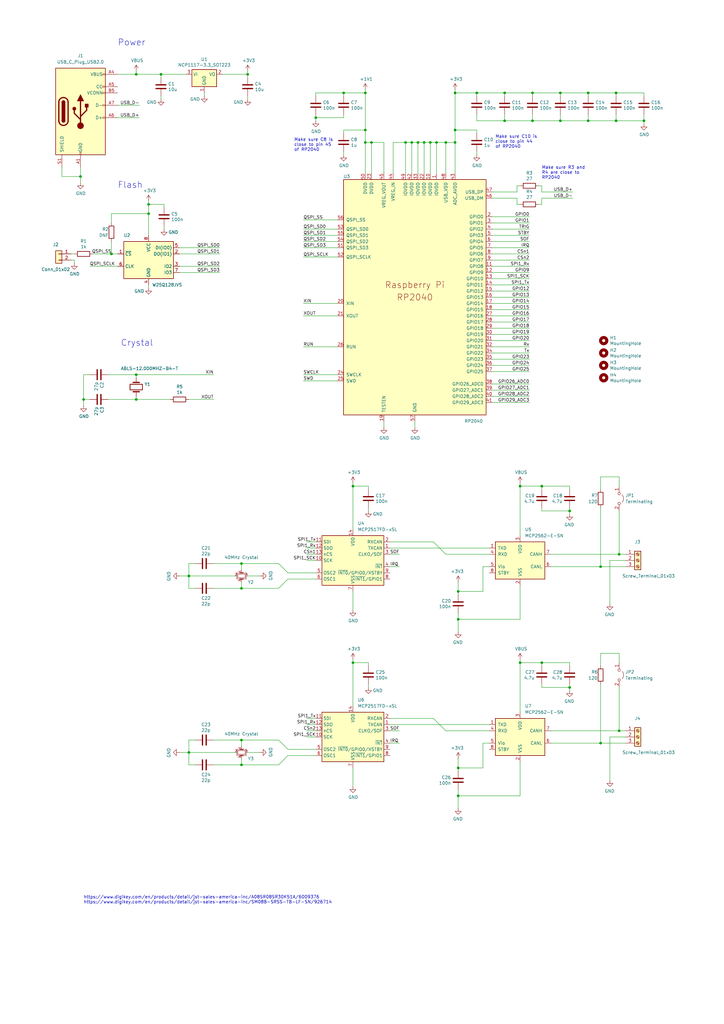
<source format=kicad_sch>
(kicad_sch (version 20230121) (generator eeschema)
  (paper "A3" portrait)
  (title_block (title "RP2040 Minimal Design Example") (date "2020-12-18") (rev "REV1") (company "Raspberry Pi (Trading) Ltd"))
  (lib_symbols
    (symbol "Connector:Screw_Terminal_01x03" (pin_names (offset 1.016) hide)
      (property "Reference" "J" (at 0 5.08 0))
      (property "Value" "Screw_Terminal_01x03" (at 0 -5.08 0))
      (symbol "Screw_Terminal_01x03_1_1"
        (pin passive line (at -5.08 2.54 0) (length 3.81) (name "Pin_1") (number "1"))
        (pin passive line (at -5.08 0 0) (length 3.81) (name "Pin_2") (number "2"))
        (pin passive line (at -5.08 -2.54 0) (length 3.81) (name "Pin_3") (number "3"))
      )
    )
    (symbol "Connector:USB_C_Plug_USB2.0" (pin_names (offset 1.016))
      (property "Reference" "P" (at -10.16 19.05 0))
      (property "Value" "USB_C_Plug_USB2.0" (at 12.7 19.05 0))
      (symbol "USB_C_Plug_USB2.0_1_1"
        (pin passive line (at 0 -22.86 90) (length 5.08) (name "GND") (number "A1"))
        (pin passive line (at 0 -22.86 90) (length 5.08) hide (name "GND") (number "A12"))
        (pin passive line (at 15.24 15.24 180) (length 5.08) (name "VBUS") (number "A4"))
        (pin bidirectional line (at 15.24 10.16 180) (length 5.08) (name "CC") (number "A5"))
        (pin bidirectional line (at 15.24 -2.54 180) (length 5.08) (name "D+") (number "A6"))
        (pin bidirectional line (at 15.24 2.54 180) (length 5.08) (name "D-") (number "A7"))
        (pin passive line (at 15.24 15.24 180) (length 5.08) hide (name "VBUS") (number "A9"))
        (pin passive line (at 0 -22.86 90) (length 5.08) hide (name "GND") (number "B1"))
        (pin passive line (at 0 -22.86 90) (length 5.08) hide (name "GND") (number "B12"))
        (pin passive line (at 15.24 15.24 180) (length 5.08) hide (name "VBUS") (number "B4"))
        (pin bidirectional line (at 15.24 7.62 180) (length 5.08) (name "VCONN") (number "B5"))
        (pin passive line (at 15.24 15.24 180) (length 5.08) hide (name "VBUS") (number "B9"))
        (pin passive line (at -7.62 -22.86 90) (length 5.08) (name "SHIELD") (number "S1"))
      )
    )
    (symbol "Connector_Generic:Conn_01x02" (pin_names (offset 1.016) hide)
      (property "Reference" "J" (at 0 2.54 0))
      (property "Value" "Conn_01x02" (at 0 -5.08 0))
      (symbol "Conn_01x02_1_1"
        (pin passive line (at -5.08 0 0) (length 3.81) (name "Pin_1") (number "1"))
        (pin passive line (at -5.08 -2.54 0) (length 3.81) (name "Pin_2") (number "2"))
      )
    )
    (symbol "Device:C" (pin_numbers hide) (pin_names (offset 0.254))
      (property "Reference" "C" (at 0.635 2.54 0))
      (property "Value" "C" (at 0.635 -2.54 0))
      (symbol "C_1_1"
        (pin passive line (at 0 3.81 270) (length 2.794) (name "~") (number "1"))
        (pin passive line (at 0 -3.81 90) (length 2.794) (name "~") (number "2"))
      )
    )
    (symbol "Device:Crystal" (pin_numbers hide) (pin_names (offset 1.016) hide)
      (property "Reference" "Y" (at 0 3.81 0))
      (property "Value" "Crystal" (at 0 -3.81 0))
      (symbol "Crystal_1_1"
        (pin passive line (at -3.81 0 0) (length 1.27) (name "1") (number "1"))
        (pin passive line (at 3.81 0 180) (length 1.27) (name "2") (number "2"))
      )
    )
    (symbol "Device:Crystal_GND24_Small" (pin_names (offset 1.016) hide)
      (property "Reference" "Y" (at 1.27 4.445 0))
      (property "Value" "Crystal_GND24_Small" (at 1.27 2.54 0))
      (symbol "Crystal_GND24_Small_1_1"
        (pin passive line (at -2.54 0 0) (length 1.27) (name "1") (number "1"))
        (pin passive line (at 0 -2.54 90) (length 0.635) (name "2") (number "2"))
        (pin passive line (at 2.54 0 180) (length 1.27) (name "3") (number "3"))
        (pin passive line (at 0 2.54 270) (length 0.635) (name "4") (number "4"))
      )
    )
    (symbol "Device:R" (pin_numbers hide) (pin_names (offset 0))
      (property "Reference" "R" (at 2.032 0 90))
      (property "Value" "R" (at 0 0 90))
      (symbol "R_1_1"
        (pin passive line (at 0 3.81 270) (length 1.27) (name "~") (number "1"))
        (pin passive line (at 0 -3.81 90) (length 1.27) (name "~") (number "2"))
      )
    )
    (symbol "FS-CAN-rescue:W25Q128JVS-Memory_Flash"
      (property "Reference" "U" (at -8.89 8.89 0))
      (property "Value" "Memory_Flash_W25Q128JVS" (at 7.62 8.89 0))
      (symbol "W25Q128JVS-Memory_Flash_1_1"
        (pin input line (at -12.7 2.54 0) (length 2.54) (name "~{CS}") (number "1"))
        (pin bidirectional line (at 12.7 2.54 180) (length 2.54) (name "DO(IO1)") (number "2"))
        (pin bidirectional line (at 12.7 -2.54 180) (length 2.54) (name "IO2") (number "3"))
        (pin power_in line (at 0 -10.16 90) (length 2.54) (name "GND") (number "4"))
        (pin bidirectional line (at 12.7 5.08 180) (length 2.54) (name "DI(IO0)") (number "5"))
        (pin input line (at -12.7 -2.54 0) (length 2.54) (name "CLK") (number "6"))
        (pin bidirectional line (at 12.7 -5.08 180) (length 2.54) (name "IO3") (number "7"))
        (pin power_in line (at 0 10.16 270) (length 2.54) (name "VCC") (number "8"))
      )
    )
    (symbol "Interface_CAN_LIN:MCP2517FD-xSL"
      (property "Reference" "U4" (at 1.9559 15.24 0))
      (property "Value" "MCP2517FD-xSL" (at 1.9559 12.7 0))
      (symbol "MCP2517FD-xSL_1_1"
        (pin output line (at 15.24 5.08 180) (length 2.54) (name "TXCAN") (number "1"))
        (pin input line (at -15.24 0 0) (length 2.54) (name "SCK") (number "10"))
        (pin input line (at -15.24 7.62 0) (length 2.54) (name "SDI") (number "11"))
        (pin output line (at -15.24 5.08 0) (length 2.54) (name "SDO") (number "12"))
        (pin input line (at -15.24 2.54 0) (length 2.54) (name "nCS") (number "13"))
        (pin power_in line (at 0 12.7 270) (length 2.54) (name "VDD") (number "14"))
        (pin input line (at 15.24 7.62 180) (length 2.54) (name "RXCAN") (number "2"))
        (pin output line (at 15.24 2.54 180) (length 2.54) (name "CLKO/SOF") (number "3"))
        (pin output line (at 15.24 -2.54 180) (length 2.54) (name "~{INT}") (number "4"))
        (pin output line (at -15.24 -5.08 0) (length 2.54) (name "OSC2") (number "5"))
        (pin input line (at -15.24 -7.62 0) (length 2.54) (name "OSC1") (number "6"))
        (pin power_in line (at 0 -12.7 90) (length 2.54) (name "VSS") (number "7"))
        (pin bidirectional line (at 15.24 -7.62 180) (length 2.54) (name "~{INT1}/GPIO1") (number "8"))
        (pin bidirectional line (at 15.24 -5.08 180) (length 2.54) (name "~{INT0}/GPIO0/XSTBY") (number "9"))
      )
    )
    (symbol "Interface_CAN_LIN:MCP2562-E-SN" (pin_names (offset 1.016))
      (property "Reference" "U" (at -10.16 8.89 0))
      (property "Value" "MCP2562-E-SN" (at 2.54 8.89 0))
      (symbol "MCP2562-E-SN_1_1"
        (pin input line (at -12.7 5.08 0) (length 2.54) (name "TXD") (number "1"))
        (pin power_in line (at 0 -10.16 90) (length 2.54) (name "VSS") (number "2"))
        (pin power_in line (at 0 10.16 270) (length 2.54) (name "VDD") (number "3"))
        (pin output line (at -12.7 2.54 0) (length 2.54) (name "RXD") (number "4"))
        (pin power_in line (at -12.7 -2.54 0) (length 2.54) (name "Vio") (number "5"))
        (pin bidirectional line (at 12.7 -2.54 180) (length 2.54) (name "CANL") (number "6"))
        (pin bidirectional line (at 12.7 2.54 180) (length 2.54) (name "CANH") (number "7"))
        (pin input line (at -12.7 -5.08 0) (length 2.54) (name "STBY") (number "8"))
      )
    )
    (symbol "Jumper:Jumper_2_Open" (pin_names (offset 0) hide)
      (property "Reference" "JP" (at 0 2.794 0))
      (property "Value" "Jumper_2_Open" (at 0 -2.286 0))
      (symbol "Jumper_2_Open_1_1"
        (pin passive line (at -5.08 0 0) (length 2.54) (name "A") (number "1"))
        (pin passive line (at 5.08 0 180) (length 2.54) (name "B") (number "2"))
      )
    )
    (symbol "MCU_RaspberryPi_RP2040:RP2040" (pin_names (offset 1.016))
      (property "Reference" "U" (at -29.21 49.53 0))
      (property "Value" "RP2040" (at 24.13 -49.53 0))
      (symbol "RP2040_0_0"
        (text "Raspberry Pi" (at 0 5.08 0) (effects (font (size 2.54 2.54))))
        (text "RP2040" (at 0 0 0) (effects (font (size 2.54 2.54))))
      )
      (symbol "RP2040_1_1"
        (pin power_in line (at 8.89 50.8 270) (length 2.54) (name "IOVDD") (number "1"))
        (pin power_in line (at 6.35 50.8 270) (length 2.54) (name "IOVDD") (number "10"))
        (pin bidirectional line (at 31.75 12.7 180) (length 2.54) (name "GPIO8") (number "11"))
        (pin bidirectional line (at 31.75 10.16 180) (length 2.54) (name "GPIO9") (number "12"))
        (pin bidirectional line (at 31.75 7.62 180) (length 2.54) (name "GPIO10") (number "13"))
        (pin bidirectional line (at 31.75 5.08 180) (length 2.54) (name "GPIO11") (number "14"))
        (pin bidirectional line (at 31.75 2.54 180) (length 2.54) (name "GPIO12") (number "15"))
        (pin bidirectional line (at 31.75 0 180) (length 2.54) (name "GPIO13") (number "16"))
        (pin bidirectional line (at 31.75 -2.54 180) (length 2.54) (name "GPIO14") (number "17"))
        (pin bidirectional line (at 31.75 -5.08 180) (length 2.54) (name "GPIO15") (number "18"))
        (pin passive line (at -12.7 -50.8 90) (length 2.54) (name "TESTEN") (number "19"))
        (pin bidirectional line (at 31.75 33.02 180) (length 2.54) (name "GPIO0") (number "2"))
        (pin input line (at -31.75 -2.54 0) (length 2.54) (name "XIN") (number "20"))
        (pin passive line (at -31.75 -7.62 0) (length 2.54) (name "XOUT") (number "21"))
        (pin power_in line (at 3.81 50.8 270) (length 2.54) (name "IOVDD") (number "22"))
        (pin power_in line (at -17.78 50.8 270) (length 2.54) (name "DVDD") (number "23"))
        (pin output line (at -31.75 -31.75 0) (length 2.54) (name "SWCLK") (number "24"))
        (pin bidirectional line (at -31.75 -34.29 0) (length 2.54) (name "SWD") (number "25"))
        (pin input line (at -31.75 -20.32 0) (length 2.54) (name "RUN") (number "26"))
        (pin bidirectional line (at 31.75 -7.62 180) (length 2.54) (name "GPIO16") (number "27"))
        (pin bidirectional line (at 31.75 -10.16 180) (length 2.54) (name "GPIO17") (number "28"))
        (pin bidirectional line (at 31.75 -12.7 180) (length 2.54) (name "GPIO18") (number "29"))
        (pin bidirectional line (at 31.75 30.48 180) (length 2.54) (name "GPIO1") (number "3"))
        (pin bidirectional line (at 31.75 -15.24 180) (length 2.54) (name "GPIO19") (number "30"))
        (pin bidirectional line (at 31.75 -17.78 180) (length 2.54) (name "GPIO20") (number "31"))
        (pin bidirectional line (at 31.75 -20.32 180) (length 2.54) (name "GPIO21") (number "32"))
        (pin power_in line (at 1.27 50.8 270) (length 2.54) (name "IOVDD") (number "33"))
        (pin bidirectional line (at 31.75 -22.86 180) (length 2.54) (name "GPIO22") (number "34"))
        (pin bidirectional line (at 31.75 -25.4 180) (length 2.54) (name "GPIO23") (number "35"))
        (pin bidirectional line (at 31.75 -27.94 180) (length 2.54) (name "GPIO24") (number "36"))
        (pin bidirectional line (at 31.75 -30.48 180) (length 2.54) (name "GPIO25") (number "37"))
        (pin bidirectional line (at 31.75 -35.56 180) (length 2.54) (name "GPIO26_ADC0") (number "38"))
        (pin bidirectional line (at 31.75 -38.1 180) (length 2.54) (name "GPIO27_ADC1") (number "39"))
        (pin bidirectional line (at 31.75 27.94 180) (length 2.54) (name "GPIO2") (number "4"))
        (pin bidirectional line (at 31.75 -40.64 180) (length 2.54) (name "GPIO28_ADC2") (number "40"))
        (pin bidirectional line (at 31.75 -43.18 180) (length 2.54) (name "GPIO29_ADC3") (number "41"))
        (pin power_in line (at -1.27 50.8 270) (length 2.54) (name "IOVDD") (number "42"))
        (pin power_in line (at 16.51 50.8 270) (length 2.54) (name "ADC_AVDD") (number "43"))
        (pin power_in line (at -8.89 50.8 270) (length 2.54) (name "VREG_IN") (number "44"))
        (pin power_out line (at -12.7 50.8 270) (length 2.54) (name "VREG_VOUT") (number "45"))
        (pin bidirectional line (at 31.75 40.64 180) (length 2.54) (name "USB_DM") (number "46"))
        (pin bidirectional line (at 31.75 43.18 180) (length 2.54) (name "USB_DP") (number "47"))
        (pin power_in line (at 12.7 50.8 270) (length 2.54) (name "USB_VDD") (number "48"))
        (pin power_in line (at -3.81 50.8 270) (length 2.54) (name "IOVDD") (number "49"))
        (pin bidirectional line (at 31.75 25.4 180) (length 2.54) (name "GPIO3") (number "5"))
        (pin power_in line (at -20.32 50.8 270) (length 2.54) (name "DVDD") (number "50"))
        (pin bidirectional line (at -31.75 20.32 0) (length 2.54) (name "QSPI_SD3") (number "51"))
        (pin output line (at -31.75 16.51 0) (length 2.54) (name "QSPI_SCLK") (number "52"))
        (pin bidirectional line (at -31.75 27.94 0) (length 2.54) (name "QSPI_SD0") (number "53"))
        (pin bidirectional line (at -31.75 22.86 0) (length 2.54) (name "QSPI_SD2") (number "54"))
        (pin bidirectional line (at -31.75 25.4 0) (length 2.54) (name "QSPI_SD1") (number "55"))
        (pin bidirectional line (at -31.75 31.75 0) (length 2.54) (name "QSPI_SS") (number "56"))
        (pin power_in line (at 0 -50.8 90) (length 2.54) (name "GND") (number "57"))
        (pin bidirectional line (at 31.75 22.86 180) (length 2.54) (name "GPIO4") (number "6"))
        (pin bidirectional line (at 31.75 20.32 180) (length 2.54) (name "GPIO5") (number "7"))
        (pin bidirectional line (at 31.75 17.78 180) (length 2.54) (name "GPIO6") (number "8"))
        (pin bidirectional line (at 31.75 15.24 180) (length 2.54) (name "GPIO7") (number "9"))
      )
    )
    (symbol "Mechanical:MountingHole" (pin_names (offset 1.016))
      (property "Reference" "H" (at 0 5.08 0))
      (property "Value" "MountingHole" (at 0 3.175 0))
    )
    (symbol "Regulator_Linear:NCP1117-3.3_SOT223"
      (property "Reference" "U" (at -3.81 3.175 0))
      (property "Value" "NCP1117-3.3_SOT223" (at 0 3.175 0))
      (symbol "NCP1117-3.3_SOT223_1_1"
        (pin power_in line (at 0 -7.62 90) (length 2.54) (name "GND") (number "1"))
        (pin power_out line (at 7.62 0 180) (length 2.54) (name "VO") (number "2"))
        (pin power_in line (at -7.62 0 0) (length 2.54) (name "VI") (number "3"))
      )
    )
    (symbol "power:+1V1" (power) (pin_names (offset 0))
      (property "Value" "+1V1" (at 0 3.556 0))
      (symbol "+1V1_1_1"
        (pin power_in line (at 0 0 90) (length 0) hide (name "+1V1") (number "1"))
      )
    )
    (symbol "power:+3V3" (power) (pin_names (offset 0))
      (property "Value" "+3V3" (at 0 3.556 0))
      (symbol "+3V3_1_1"
        (pin power_in line (at 0 0 90) (length 0) hide (name "+3V3") (number "1"))
      )
    )
    (symbol "power:GND" (power) (pin_names (offset 0))
      (property "Value" "GND" (at 0 -3.81 0))
      (symbol "GND_1_1"
        (pin power_in line (at 0 0 270) (length 0) hide (name "GND") (number "1"))
      )
    )
    (symbol "power:VBUS" (power) (pin_names (offset 0))
      (property "Value" "VBUS" (at 0 3.81 0))
      (symbol "VBUS_1_1"
        (pin power_in line (at 0 0 90) (length 0) hide (name "VBUS") (number "1"))
      )
    )
  )
  (junction (at 207.01 49.53))
  (junction (at 222.25 271.78))
  (junction (at 222.25 199.39))
  (junction (at 246.38 232.41))
  (junction (at 101.6 30.48))
  (junction (at 149.86 58.42))
  (junction (at 34.29 163.83))
  (junction (at 252.73 38.1))
  (junction (at 218.44 38.1))
  (junction (at 186.69 38.1))
  (junction (at 173.99 58.42))
  (junction (at 213.36 199.39))
  (junction (at 233.68 209.55))
  (junction (at 252.73 49.53))
  (junction (at 129.54 48.26))
  (junction (at 99.06 303.53))
  (junction (at 187.96 326.39))
  (junction (at 144.78 271.78))
  (junction (at 246.38 304.8))
  (junction (at 166.37 58.42))
  (junction (at 229.87 49.53))
  (junction (at 99.06 313.69))
  (junction (at 55.88 163.83))
  (junction (at 213.36 271.78))
  (junction (at 45.72 104.14))
  (junction (at 187.96 314.96))
  (junction (at 179.07 58.42))
  (junction (at 176.53 58.42))
  (junction (at 187.96 242.57))
  (junction (at 149.86 38.1))
  (junction (at 229.87 38.1))
  (junction (at 187.96 254))
  (junction (at 254 227.33))
  (junction (at 233.68 281.94))
  (junction (at 77.47 308.61))
  (junction (at 66.04 30.48))
  (junction (at 168.91 58.42))
  (junction (at 254 299.72))
  (junction (at 60.96 83.82))
  (junction (at 241.3 38.1))
  (junction (at 241.3 49.53))
  (junction (at 77.47 236.22))
  (junction (at 144.78 199.39))
  (junction (at 218.44 49.53))
  (junction (at 33.02 72.39))
  (junction (at 99.06 241.3))
  (junction (at 207.01 38.1))
  (junction (at 60.96 87.63))
  (junction (at 55.88 153.67))
  (junction (at 99.06 231.14))
  (junction (at 171.45 58.42))
  (junction (at 55.88 30.48))
  (junction (at 264.16 49.53))
  (junction (at 149.86 53.34))
  (junction (at 186.69 53.34))
  (junction (at 140.97 38.1))
  (junction (at 152.4 58.42))
  (junction (at 195.58 38.1))
  (junction (at 182.88 58.42))
  (junction (at 186.69 58.42))
  (wire (pts (xy 129.54 48.26) (xy 129.54 49.53)))
  (wire (pts (xy 30.48 106.68) (xy 30.48 107.95)))
  (wire (pts (xy 160.02 297.18) (xy 200.66 297.18)))
  (wire (pts (xy 138.43 105.41) (xy 124.46 105.41)))
  (wire (pts (xy 125.73 302.26) (xy 129.54 302.26)))
  (wire (pts (xy 250.19 302.26) (xy 250.19 320.04)))
  (wire (pts (xy 195.58 54.61) (xy 195.58 53.34)))
  (wire (pts (xy 195.58 39.37) (xy 195.58 38.1)))
  (wire (pts (xy 222.25 281.94) (xy 222.25 280.67)))
  (wire (pts (xy 171.45 71.12) (xy 171.45 58.42)))
  (wire (pts (xy 226.06 299.72) (xy 254 299.72)))
  (wire (pts (xy 129.54 309.88) (xy 118.11 309.88)))
  (wire (pts (xy 151.13 273.05) (xy 151.13 271.78)))
  (wire (pts (xy 118.11 309.88) (xy 114.3 313.69)))
  (wire (pts (xy 187.96 251.46) (xy 187.96 254)))
  (wire (pts (xy 186.69 38.1) (xy 195.58 38.1)))
  (wire (pts (xy 101.6 308.61) (xy 106.68 308.61)))
  (wire (pts (xy 125.73 299.72) (xy 129.54 299.72)))
  (wire (pts (xy 182.88 227.33) (xy 200.66 227.33)))
  (wire (pts (xy 222.25 273.05) (xy 222.25 271.78)))
  (wire (pts (xy 207.01 49.53) (xy 195.58 49.53)))
  (wire (pts (xy 67.31 92.71) (xy 67.31 93.98)))
  (wire (pts (xy 226.06 227.33) (xy 254 227.33)))
  (wire (pts (xy 220.98 83.82) (xy 222.25 83.82)))
  (wire (pts (xy 118.11 307.34) (xy 129.54 307.34)))
  (wire (pts (xy 201.93 96.52) (xy 217.17 96.52)))
  (wire (pts (xy 166.37 71.12) (xy 166.37 58.42)))
  (wire (pts (xy 187.96 242.57) (xy 187.96 243.84)))
  (wire (pts (xy 201.93 104.14) (xy 217.17 104.14)))
  (wire (pts (xy 87.63 313.69) (xy 99.06 313.69)))
  (wire (pts (xy 34.29 163.83) (xy 34.29 166.37)))
  (wire (pts (xy 218.44 49.53) (xy 207.01 49.53)))
  (wire (pts (xy 250.19 302.26) (xy 256.54 302.26)))
  (wire (pts (xy 218.44 39.37) (xy 218.44 38.1)))
  (wire (pts (xy 213.36 312.42) (xy 213.36 326.39)))
  (wire (pts (xy 77.47 236.22) (xy 77.47 241.3)))
  (wire (pts (xy 213.36 199.39) (xy 213.36 219.71)))
  (wire (pts (xy 264.16 49.53) (xy 264.16 50.8)))
  (wire (pts (xy 198.12 304.8) (xy 200.66 304.8)))
  (wire (pts (xy 125.73 294.64) (xy 129.54 294.64)))
  (wire (pts (xy 129.54 46.99) (xy 129.54 48.26)))
  (wire (pts (xy 144.78 242.57) (xy 144.78 250.19)))
  (wire (pts (xy 187.96 326.39) (xy 187.96 331.47)))
  (wire (pts (xy 187.96 254) (xy 187.96 259.08)))
  (wire (pts (xy 87.63 303.53) (xy 99.06 303.53)))
  (wire (pts (xy 187.96 238.76) (xy 187.96 242.57)))
  (wire (pts (xy 125.73 227.33) (xy 129.54 227.33)))
  (wire (pts (xy 246.38 280.67) (xy 246.38 304.8)))
  (wire (pts (xy 77.47 303.53) (xy 77.47 308.61)))
  (wire (pts (xy 157.48 71.12) (xy 157.48 58.42)))
  (wire (pts (xy 101.6 31.75) (xy 101.6 30.48)))
  (wire (pts (xy 201.93 144.78) (xy 217.17 144.78)))
  (wire (pts (xy 201.93 78.74) (xy 212.09 78.74)))
  (wire (pts (xy 246.38 232.41) (xy 256.54 232.41)))
  (wire (pts (xy 124.46 99.06) (xy 138.43 99.06)))
  (wire (pts (xy 80.01 241.3) (xy 77.47 241.3)))
  (wire (pts (xy 201.93 119.38) (xy 217.17 119.38)))
  (wire (pts (xy 222.25 271.78) (xy 213.36 271.78)))
  (wire (pts (xy 36.83 163.83) (xy 34.29 163.83)))
  (wire (pts (xy 77.47 231.14) (xy 77.47 236.22)))
  (wire (pts (xy 201.93 165.1) (xy 217.17 165.1)))
  (wire (pts (xy 45.72 87.63) (xy 60.96 87.63)))
  (wire (pts (xy 201.93 152.4) (xy 217.17 152.4)))
  (wire (pts (xy 118.11 234.95) (xy 129.54 234.95)))
  (wire (pts (xy 144.78 199.39) (xy 144.78 217.17)))
  (wire (pts (xy 173.99 58.42) (xy 176.53 58.42)))
  (wire (pts (xy 144.78 198.12) (xy 144.78 199.39)))
  (wire (pts (xy 151.13 200.66) (xy 151.13 199.39)))
  (wire (pts (xy 186.69 38.1) (xy 186.69 53.34)))
  (wire (pts (xy 264.16 46.99) (xy 264.16 49.53)))
  (wire (pts (xy 80.01 313.69) (xy 77.47 313.69)))
  (wire (pts (xy 254 267.97) (xy 254 271.78)))
  (wire (pts (xy 229.87 49.53) (xy 218.44 49.53)))
  (wire (pts (xy 254 299.72) (xy 256.54 299.72)))
  (wire (pts (xy 55.88 163.83) (xy 69.85 163.83)))
  (wire (pts (xy 80.01 303.53) (xy 77.47 303.53)))
  (wire (pts (xy 201.93 91.44) (xy 217.17 91.44)))
  (wire (pts (xy 201.93 114.3) (xy 217.17 114.3)))
  (wire (pts (xy 176.53 58.42) (xy 179.07 58.42)))
  (wire (pts (xy 195.58 38.1) (xy 207.01 38.1)))
  (wire (pts (xy 171.45 58.42) (xy 173.99 58.42)))
  (wire (pts (xy 241.3 46.99) (xy 241.3 49.53)))
  (wire (pts (xy 80.01 231.14) (xy 77.47 231.14)))
  (wire (pts (xy 198.12 304.8) (xy 198.12 314.96)))
  (wire (pts (xy 252.73 46.99) (xy 252.73 49.53)))
  (wire (pts (xy 201.93 116.84) (xy 217.17 116.84)))
  (wire (pts (xy 233.68 200.66) (xy 233.68 199.39)))
  (wire (pts (xy 207.01 39.37) (xy 207.01 38.1)))
  (wire (pts (xy 60.96 87.63) (xy 60.96 96.52)))
  (wire (pts (xy 66.04 39.37) (xy 66.04 40.64)))
  (wire (pts (xy 246.38 304.8) (xy 256.54 304.8)))
  (wire (pts (xy 152.4 71.12) (xy 152.4 58.42)))
  (wire (pts (xy 160.02 232.41) (xy 163.83 232.41)))
  (wire (pts (xy 144.78 314.96) (xy 144.78 322.58)))
  (wire (pts (xy 186.69 53.34) (xy 186.69 58.42)))
  (wire (pts (xy 201.93 147.32) (xy 217.17 147.32)))
  (wire (pts (xy 233.68 208.28) (xy 233.68 209.55)))
  (wire (pts (xy 222.25 83.82) (xy 222.25 81.28)))
  (wire (pts (xy 233.68 281.94) (xy 222.25 281.94)))
  (wire (pts (xy 83.82 38.1) (xy 83.82 39.37)))
  (wire (pts (xy 201.93 106.68) (xy 217.17 106.68)))
  (wire (pts (xy 140.97 39.37) (xy 140.97 38.1)))
  (wire (pts (xy 101.6 236.22) (xy 106.68 236.22)))
  (wire (pts (xy 129.54 237.49) (xy 118.11 237.49)))
  (wire (pts (xy 264.16 39.37) (xy 264.16 38.1)))
  (wire (pts (xy 124.46 101.6) (xy 138.43 101.6)))
  (wire (pts (xy 60.96 116.84) (xy 60.96 118.11)))
  (wire (pts (xy 252.73 49.53) (xy 241.3 49.53)))
  (wire (pts (xy 182.88 299.72) (xy 200.66 299.72)))
  (wire (pts (xy 48.26 30.48) (xy 55.88 30.48)))
  (wire (pts (xy 187.96 314.96) (xy 198.12 314.96)))
  (wire (pts (xy 151.13 199.39) (xy 144.78 199.39)))
  (wire (pts (xy 250.19 229.87) (xy 250.19 247.65)))
  (wire (pts (xy 151.13 271.78) (xy 144.78 271.78)))
  (wire (pts (xy 99.06 303.53) (xy 99.06 306.07)))
  (wire (pts (xy 241.3 39.37) (xy 241.3 38.1)))
  (wire (pts (xy 138.43 129.54) (xy 124.46 129.54)))
  (wire (pts (xy 55.88 30.48) (xy 66.04 30.48)))
  (wire (pts (xy 250.19 229.87) (xy 256.54 229.87)))
  (wire (pts (xy 99.06 238.76) (xy 99.06 241.3)))
  (wire (pts (xy 114.3 231.14) (xy 118.11 234.95)))
  (wire (pts (xy 229.87 38.1) (xy 241.3 38.1)))
  (wire (pts (xy 48.26 43.18) (xy 57.15 43.18)))
  (wire (pts (xy 118.11 237.49) (xy 114.3 241.3)))
  (wire (pts (xy 187.96 326.39) (xy 213.36 326.39)))
  (wire (pts (xy 198.12 232.41) (xy 198.12 242.57)))
  (wire (pts (xy 30.48 104.14) (xy 29.21 104.14)))
  (wire (pts (xy 33.02 72.39) (xy 33.02 74.93)))
  (wire (pts (xy 129.54 38.1) (xy 140.97 38.1)))
  (wire (pts (xy 177.8 294.64) (xy 182.88 299.72)))
  (wire (pts (xy 25.4 68.58) (xy 25.4 72.39)))
  (wire (pts (xy 201.93 101.6) (xy 217.17 101.6)))
  (wire (pts (xy 201.93 88.9) (xy 217.17 88.9)))
  (wire (pts (xy 212.09 83.82) (xy 212.09 81.28)))
  (wire (pts (xy 99.06 241.3) (xy 114.3 241.3)))
  (wire (pts (xy 212.09 83.82) (xy 213.36 83.82)))
  (wire (pts (xy 229.87 39.37) (xy 229.87 38.1)))
  (wire (pts (xy 195.58 46.99) (xy 195.58 49.53)))
  (wire (pts (xy 218.44 38.1) (xy 229.87 38.1)))
  (wire (pts (xy 254 209.55) (xy 254 227.33)))
  (wire (pts (xy 226.06 304.8) (xy 246.38 304.8)))
  (wire (pts (xy 198.12 232.41) (xy 200.66 232.41)))
  (wire (pts (xy 129.54 39.37) (xy 129.54 38.1)))
  (wire (pts (xy 160.02 227.33) (xy 163.83 227.33)))
  (wire (pts (xy 144.78 270.51) (xy 144.78 271.78)))
  (wire (pts (xy 252.73 49.53) (xy 264.16 49.53)))
  (wire (pts (xy 212.09 81.28) (xy 201.93 81.28)))
  (wire (pts (xy 99.06 311.15) (xy 99.06 313.69)))
  (wire (pts (xy 201.93 157.48) (xy 217.17 157.48)))
  (wire (pts (xy 77.47 308.61) (xy 77.47 313.69)))
  (wire (pts (xy 160.02 224.79) (xy 200.66 224.79)))
  (wire (pts (xy 60.96 82.55) (xy 60.96 83.82)))
  (wire (pts (xy 36.83 153.67) (xy 34.29 153.67)))
  (wire (pts (xy 44.45 153.67) (xy 55.88 153.67)))
  (wire (pts (xy 201.93 162.56) (xy 217.17 162.56)))
  (wire (pts (xy 77.47 236.22) (xy 96.52 236.22)))
  (wire (pts (xy 213.36 240.03) (xy 213.36 254)))
  (wire (pts (xy 233.68 273.05) (xy 233.68 271.78)))
  (wire (pts (xy 179.07 58.42) (xy 182.88 58.42)))
  (wire (pts (xy 233.68 209.55) (xy 233.68 210.82)))
  (wire (pts (xy 222.25 76.2) (xy 222.25 78.74)))
  (wire (pts (xy 140.97 48.26) (xy 140.97 46.99)))
  (wire (pts (xy 213.36 198.12) (xy 213.36 199.39)))
  (wire (pts (xy 55.88 154.94) (xy 55.88 153.67)))
  (wire (pts (xy 201.93 111.76) (xy 217.17 111.76)))
  (wire (pts (xy 213.36 270.51) (xy 213.36 271.78)))
  (wire (pts (xy 138.43 142.24) (xy 124.46 142.24)))
  (wire (pts (xy 45.72 91.44) (xy 45.72 87.63)))
  (wire (pts (xy 149.86 38.1) (xy 149.86 53.34)))
  (wire (pts (xy 101.6 30.48) (xy 101.6 29.21)))
  (wire (pts (xy 91.44 30.48) (xy 101.6 30.48)))
  (wire (pts (xy 140.97 62.23) (xy 140.97 63.5)))
  (wire (pts (xy 144.78 271.78) (xy 144.78 289.56)))
  (wire (pts (xy 99.06 231.14) (xy 99.06 233.68)))
  (wire (pts (xy 140.97 38.1) (xy 149.86 38.1)))
  (wire (pts (xy 220.98 76.2) (xy 222.25 76.2)))
  (wire (pts (xy 254 227.33) (xy 256.54 227.33)))
  (wire (pts (xy 149.86 36.83) (xy 149.86 38.1)))
  (wire (pts (xy 160.02 299.72) (xy 163.83 299.72)))
  (wire (pts (xy 252.73 39.37) (xy 252.73 38.1)))
  (wire (pts (xy 182.88 58.42) (xy 186.69 58.42)))
  (wire (pts (xy 157.48 172.72) (xy 157.48 175.26)))
  (wire (pts (xy 254 281.94) (xy 254 299.72)))
  (wire (pts (xy 152.4 58.42) (xy 149.86 58.42)))
  (wire (pts (xy 201.93 160.02) (xy 217.17 160.02)))
  (wire (pts (xy 138.43 153.67) (xy 124.46 153.67)))
  (wire (pts (xy 201.93 142.24) (xy 217.17 142.24)))
  (wire (pts (xy 45.72 104.14) (xy 48.26 104.14)))
  (wire (pts (xy 161.29 71.12) (xy 161.29 58.42)))
  (wire (pts (xy 246.38 195.58) (xy 254 195.58)))
  (wire (pts (xy 177.8 222.25) (xy 182.88 227.33)))
  (wire (pts (xy 201.93 129.54) (xy 217.17 129.54)))
  (wire (pts (xy 229.87 46.99) (xy 229.87 49.53)))
  (wire (pts (xy 179.07 58.42) (xy 179.07 71.12)))
  (wire (pts (xy 201.93 139.7) (xy 217.17 139.7)))
  (wire (pts (xy 160.02 222.25) (xy 177.8 222.25)))
  (wire (pts (xy 160.02 294.64) (xy 177.8 294.64)))
  (wire (pts (xy 201.93 99.06) (xy 217.17 99.06)))
  (wire (pts (xy 213.36 271.78) (xy 213.36 292.1)))
  (wire (pts (xy 125.73 222.25) (xy 129.54 222.25)))
  (wire (pts (xy 151.13 280.67) (xy 151.13 281.94)))
  (wire (pts (xy 125.73 297.18) (xy 129.54 297.18)))
  (wire (pts (xy 87.63 241.3) (xy 99.06 241.3)))
  (wire (pts (xy 187.96 242.57) (xy 198.12 242.57)))
  (wire (pts (xy 233.68 280.67) (xy 233.68 281.94)))
  (wire (pts (xy 73.66 101.6) (xy 90.17 101.6)))
  (wire (pts (xy 129.54 48.26) (xy 140.97 48.26)))
  (wire (pts (xy 161.29 58.42) (xy 166.37 58.42)))
  (wire (pts (xy 87.63 231.14) (xy 99.06 231.14)))
  (wire (pts (xy 99.06 231.14) (xy 114.3 231.14)))
  (wire (pts (xy 182.88 71.12) (xy 182.88 58.42)))
  (wire (pts (xy 149.86 53.34) (xy 149.86 58.42)))
  (wire (pts (xy 201.93 124.46) (xy 217.17 124.46)))
  (wire (pts (xy 124.46 124.46) (xy 138.43 124.46)))
  (wire (pts (xy 187.96 314.96) (xy 187.96 316.23)))
  (wire (pts (xy 124.46 96.52) (xy 138.43 96.52)))
  (wire (pts (xy 233.68 209.55) (xy 222.25 209.55)))
  (wire (pts (xy 55.88 29.21) (xy 55.88 30.48)))
  (wire (pts (xy 76.2 30.48) (xy 66.04 30.48)))
  (wire (pts (xy 233.68 271.78) (xy 222.25 271.78)))
  (wire (pts (xy 173.99 71.12) (xy 173.99 58.42)))
  (wire (pts (xy 138.43 156.21) (xy 124.46 156.21)))
  (wire (pts (xy 114.3 303.53) (xy 118.11 307.34)))
  (wire (pts (xy 99.06 313.69) (xy 114.3 313.69)))
  (wire (pts (xy 73.66 109.22) (xy 90.17 109.22)))
  (wire (pts (xy 125.73 229.87) (xy 129.54 229.87)))
  (wire (pts (xy 226.06 232.41) (xy 246.38 232.41)))
  (wire (pts (xy 207.01 38.1) (xy 218.44 38.1)))
  (wire (pts (xy 222.25 81.28) (xy 234.95 81.28)))
  (wire (pts (xy 222.25 199.39) (xy 213.36 199.39)))
  (wire (pts (xy 66.04 31.75) (xy 66.04 30.48)))
  (wire (pts (xy 201.93 127) (xy 217.17 127)))
  (wire (pts (xy 201.93 134.62) (xy 217.17 134.62)))
  (wire (pts (xy 201.93 121.92) (xy 217.17 121.92)))
  (wire (pts (xy 176.53 71.12) (xy 176.53 58.42)))
  (wire (pts (xy 166.37 58.42) (xy 168.91 58.42)))
  (wire (pts (xy 45.72 104.14) (xy 45.72 99.06)))
  (wire (pts (xy 157.48 58.42) (xy 152.4 58.42)))
  (wire (pts (xy 99.06 303.53) (xy 114.3 303.53)))
  (wire (pts (xy 241.3 38.1) (xy 252.73 38.1)))
  (wire (pts (xy 254 195.58) (xy 254 199.39)))
  (wire (pts (xy 201.93 149.86) (xy 217.17 149.86)))
  (wire (pts (xy 233.68 281.94) (xy 233.68 283.21)))
  (wire (pts (xy 218.44 46.99) (xy 218.44 49.53)))
  (wire (pts (xy 101.6 39.37) (xy 101.6 40.64)))
  (wire (pts (xy 207.01 46.99) (xy 207.01 49.53)))
  (wire (pts (xy 67.31 83.82) (xy 60.96 83.82)))
  (wire (pts (xy 186.69 53.34) (xy 195.58 53.34)))
  (wire (pts (xy 149.86 58.42) (xy 149.86 71.12)))
  (wire (pts (xy 29.21 106.68) (xy 30.48 106.68)))
  (wire (pts (xy 140.97 54.61) (xy 140.97 53.34)))
  (wire (pts (xy 73.66 111.76) (xy 90.17 111.76)))
  (wire (pts (xy 212.09 76.2) (xy 213.36 76.2)))
  (wire (pts (xy 170.18 172.72) (xy 170.18 175.26)))
  (wire (pts (xy 252.73 38.1) (xy 264.16 38.1)))
  (wire (pts (xy 186.69 58.42) (xy 186.69 71.12)))
  (wire (pts (xy 168.91 71.12) (xy 168.91 58.42)))
  (wire (pts (xy 125.73 224.79) (xy 129.54 224.79)))
  (wire (pts (xy 138.43 90.17) (xy 124.46 90.17)))
  (wire (pts (xy 246.38 208.28) (xy 246.38 232.41)))
  (wire (pts (xy 77.47 308.61) (xy 96.52 308.61)))
  (wire (pts (xy 44.45 163.83) (xy 55.88 163.83)))
  (wire (pts (xy 201.93 137.16) (xy 217.17 137.16)))
  (wire (pts (xy 168.91 58.42) (xy 171.45 58.42)))
  (wire (pts (xy 201.93 132.08) (xy 217.17 132.08)))
  (wire (pts (xy 195.58 62.23) (xy 195.58 63.5)))
  (wire (pts (xy 222.25 209.55) (xy 222.25 208.28)))
  (wire (pts (xy 25.4 72.39) (xy 33.02 72.39)))
  (wire (pts (xy 246.38 267.97) (xy 254 267.97)))
  (wire (pts (xy 73.66 308.61) (xy 77.47 308.61)))
  (wire (pts (xy 73.66 104.14) (xy 90.17 104.14)))
  (wire (pts (xy 246.38 267.97) (xy 246.38 273.05)))
  (wire (pts (xy 73.66 236.22) (xy 77.47 236.22)))
  (wire (pts (xy 212.09 76.2) (xy 212.09 78.74)))
  (wire (pts (xy 241.3 49.53) (xy 229.87 49.53)))
  (wire (pts (xy 33.02 72.39) (xy 33.02 68.58)))
  (wire (pts (xy 187.96 323.85) (xy 187.96 326.39)))
  (wire (pts (xy 55.88 153.67) (xy 87.63 153.67)))
  (wire (pts (xy 222.25 78.74) (xy 234.95 78.74)))
  (wire (pts (xy 38.1 104.14) (xy 45.72 104.14)))
  (wire (pts (xy 201.93 93.98) (xy 217.17 93.98)))
  (wire (pts (xy 140.97 53.34) (xy 149.86 53.34)))
  (wire (pts (xy 246.38 195.58) (xy 246.38 200.66)))
  (wire (pts (xy 60.96 83.82) (xy 60.96 87.63)))
  (wire (pts (xy 186.69 36.83) (xy 186.69 38.1)))
  (wire (pts (xy 233.68 199.39) (xy 222.25 199.39)))
  (wire (pts (xy 36.83 109.22) (xy 48.26 109.22)))
  (wire (pts (xy 160.02 304.8) (xy 163.83 304.8)))
  (wire (pts (xy 77.47 163.83) (xy 87.63 163.83)))
  (wire (pts (xy 67.31 85.09) (xy 67.31 83.82)))
  (wire (pts (xy 151.13 208.28) (xy 151.13 209.55)))
  (wire (pts (xy 187.96 254) (xy 213.36 254)))
  (wire (pts (xy 34.29 153.67) (xy 34.29 163.83)))
  (wire (pts (xy 222.25 200.66) (xy 222.25 199.39)))
  (wire (pts (xy 48.26 48.26) (xy 57.15 48.26)))
  (wire (pts (xy 124.46 93.98) (xy 138.43 93.98)))
  (wire (pts (xy 187.96 311.15) (xy 187.96 314.96)))
  (wire (pts (xy 201.93 109.22) (xy 217.17 109.22)))
  (wire (pts (xy 55.88 162.56) (xy 55.88 163.83)))
  (text "Make sure C8 is \nclose to pin 45 \nof RP2040" (at 120.65 62.23 0) (effects (font (size 1.27 1.27)) (justify left bottom)))
  (text "https://www.digikey.com/en/products/detail/jst-sales-america-inc/A08SR08SR30K51A/6009376\nhttps://www.digikey.com/en/products/detail/jst-sales-america-inc/SM08B-SRSS-TB-LF-SN/926714" (at 34.29 370.84 0) (effects (font (size 1.27 1.27)) (justify left bottom)))
  (text "Flash" (at 48.26 77.47 0) (effects (font (size 2.54 2.54)) (justify left bottom)))
  (text "Make sure C10 is \nclose to pin 44 \nof RP2040" (at 203.2 60.96 0) (effects (font (size 1.27 1.27)) (justify left bottom)))
  (text "Power" (at 48.26 19.05 0) (effects (font (size 2.54 2.54)) (justify left bottom)))
  (text "Make sure R3 and \nR4 are close to \nRP2040" (at 222.25 73.66 0) (effects (font (size 1.27 1.27)) (justify left bottom)))
  (text "Crystal" (at 49.53 142.24 0) (effects (font (size 2.54 2.54)) (justify left bottom)))
  (label "GPIO16" (at 217.17 129.54 180))
  (label "STBY" (at 217.17 96.52 180))
  (label "SPI1_Tx" (at 129.54 294.64 180))
  (label "IRQ" (at 160.02 232.41 0))
  (label "QSPI_SCLK" (at 36.83 109.22 0))
  (label "SOF" (at 160.02 299.72 0))
  (label "SWCLK" (at 124.46 153.67 0))
  (label "TRIG" (at 217.17 93.98 180))
  (label "USB_D-" (at 234.95 81.28 180))
  (label "QSPI_SD2" (at 124.46 99.06 0))
  (label "GPIO9" (at 217.17 111.76 180))
  (label "QSPI_SCLK" (at 124.46 105.41 0))
  (label "CSn1" (at 129.54 227.33 180))
  (label "SOF" (at 217.17 99.06 180))
  (label "GPIO17" (at 217.17 132.08 180))
  (label "SWD" (at 124.46 156.21 0))
  (label "GPIO20" (at 217.17 139.7 180))
  (label "GPIO24" (at 217.17 149.86 180))
  (label "QSPI_SD3" (at 124.46 101.6 0))
  (label "GPIO0" (at 217.17 88.9 180))
  (label "QSPI_SD0" (at 90.17 101.6 180))
  (label "USB_D+" (at 234.95 78.74 180))
  (label "QSPI_SD2" (at 90.17 109.22 180))
  (label "GPIO23" (at 217.17 147.32 180))
  (label "GPIO28_ADC2" (at 217.17 162.56 180))
  (label "SPI1_Rx" (at 217.17 109.22 180))
  (label "GPIO26_ADC0" (at 217.17 157.48 180))
  (label "Tx" (at 217.17 144.78 180))
  (label "GPIO15" (at 217.17 127 180))
  (label "XIN" (at 124.46 124.46 0))
  (label "GPIO18" (at 217.17 134.62 180))
  (label "USB_D+" (at 57.15 48.26 180))
  (label "CSn2" (at 129.54 299.72 180))
  (label "GPIO14" (at 217.17 124.46 180))
  (label "GPIO1" (at 217.17 91.44 180))
  (label "CSn1" (at 217.17 104.14 180))
  (label "Rx" (at 217.17 142.24 180))
  (label "CSn2" (at 217.17 106.68 180))
  (label "SPI1_SCK" (at 129.54 229.87 180))
  (label "IRQ" (at 160.02 304.8 0))
  (label "QSPI_SD3" (at 90.17 111.76 180))
  (label "XOUT" (at 124.46 129.54 0))
  (label "QSPI_SS" (at 45.72 104.14 180))
  (label "GPIO29_ADC3" (at 217.17 165.1 180))
  (label "SPI1_Rx" (at 129.54 224.79 180))
  (label "QSPI_SD0" (at 124.46 93.98 0))
  (label "SPI1_SCK" (at 129.54 302.26 180))
  (label "XIN" (at 87.63 153.67 180))
  (label "SPI1_Tx" (at 129.54 222.25 180))
  (label "SPI1_Tx" (at 217.17 116.84 180))
  (label "QSPI_SS" (at 124.46 90.17 0))
  (label "GPIO19" (at 217.17 137.16 180))
  (label "QSPI_SD1" (at 124.46 96.52 0))
  (label "RUN" (at 124.46 142.24 0))
  (label "GPIO25" (at 217.17 152.4 180))
  (label "QSPI_SD1" (at 90.17 104.14 180))
  (label "GPIO27_ADC1" (at 217.17 160.02 180))
  (label "XOUT" (at 87.63 163.83 180))
  (label "SPI1_Rx" (at 129.54 297.18 180))
  (label "SOF" (at 160.02 227.33 0))
  (label "USB_D-" (at 57.15 43.18 180))
  (label "IRQ" (at 217.17 101.6 180))
  (label "GPIO12" (at 217.17 119.38 180))
  (label "SPI1_SCK" (at 217.17 114.3 180))
  (label "GPIO13" (at 217.17 121.92 180))
  (symbol (lib_id "MCU_RaspberryPi_RP2040:RP2040") (at 170.18 121.92 0) (unit 1)
    (property "Reference" "U3" (at 142.24 72.39 0))
    (property "Value" "RP2040" (at 194.31 172.72 0))
    (property "Footprint" "RP2040_minimal:RP2040-QFN-56" (effects hide))
  )
  (symbol (lib_id "Device:C") (at 40.64 153.67 270) (unit 1)
    (property "Reference" "C2" (at 41.8084 156.591 0) (effects (justify left)))
    (property "Value" "27p" (at 39.497 156.591 0) (effects (justify left)))
    (property "Footprint" "Capacitor_SMD:C_0402_1005Metric" (effects hide))
  )
  (symbol (lib_id "Device:C") (at 40.64 163.83 270) (unit 1)
    (property "Reference" "C3" (at 41.8084 166.751 0) (effects (justify left)))
    (property "Value" "27p" (at 39.497 166.751 0) (effects (justify left)))
    (property "Footprint" "Capacitor_SMD:C_0402_1005Metric" (effects hide))
  )
  (symbol (lib_id "power:GND") (at 34.29 166.37 0) (unit 1)
    (property "Reference" "#PWR06" (effects hide))
    (property "Value" "GND" (at 34.417 170.7642 0))
  )
  (symbol (lib_id "FS-CAN-rescue:W25Q128JVS-Memory_Flash") (at 60.96 106.68 0) (unit 1)
    (property "Reference" "U2" (at 52.07 96.52 0))
    (property "Value" "W25Q128JVS" (at 68.58 116.84 0))
    (property "Footprint" "Package_SO:SOIC-8_5.23x5.23mm_P1.27mm" (effects hide))
    (property "Datasheet" "http://www.winbond.com/resource-files/w25q128jv_dtr%20revc%2003272018%20plus.pdf" (effects hide))
  )
  (symbol (lib_id "power:+3V3") (at 60.96 82.55 0) (unit 1)
    (property "Reference" "#PWR07" (effects hide))
    (property "Value" "+3V3" (at 61.341 78.1558 0))
  )
  (symbol (lib_id "power:GND") (at 60.96 118.11 0) (unit 1)
    (property "Reference" "#PWR08" (effects hide))
    (property "Value" "GND" (at 57.15 119.38 0))
  )
  (symbol (lib_id "Device:R") (at 45.72 95.25 0) (unit 1)
    (property "Reference" "R2" (at 41.91 93.98 0) (effects (justify left)))
    (property "Value" "DNF" (at 40.64 96.52 0) (effects (justify left)))
    (property "Footprint" "Capacitor_SMD:C_0402_1005Metric" (effects hide))
  )
  (symbol (lib_id "Device:R") (at 34.29 104.14 270) (unit 1)
    (property "Reference" "R1" (at 34.29 98.8822 90))
    (property "Value" "1k" (at 34.29 101.1936 90))
    (property "Footprint" "Capacitor_SMD:C_0402_1005Metric" (effects hide))
  )
  (symbol (lib_id "Device:C") (at 67.31 88.9 0) (unit 1)
    (property "Reference" "C5" (at 70.231 87.7316 0) (effects (justify left)))
    (property "Value" "100n" (at 70.231 90.043 0) (effects (justify left)))
    (property "Footprint" "Capacitor_SMD:C_0402_1005Metric" (effects hide))
  )
  (symbol (lib_id "power:GND") (at 67.31 93.98 0) (unit 1)
    (property "Reference" "#PWR011" (effects hide))
    (property "Value" "GND" (at 71.12 95.25 0))
  )
  (symbol (lib_id "power:GND") (at 170.18 175.26 0) (unit 1)
    (property "Reference" "#PWR016" (effects hide))
    (property "Value" "GND" (at 170.307 179.6542 0))
  )
  (symbol (lib_id "power:GND") (at 157.48 175.26 0) (unit 1)
    (property "Reference" "#PWR015" (effects hide))
    (property "Value" "GND" (at 157.607 179.6542 0))
  )
  (symbol (lib_id "Device:R") (at 217.17 76.2 270) (unit 1)
    (property "Reference" "R3" (at 217.17 70.9422 90))
    (property "Value" "27" (at 217.17 73.2536 90))
    (property "Footprint" "Capacitor_SMD:C_0402_1005Metric" (effects hide))
  )
  (symbol (lib_id "Device:R") (at 217.17 83.82 270) (unit 1)
    (property "Reference" "R4" (at 217.17 78.5622 90))
    (property "Value" "27" (at 217.17 80.8736 90))
    (property "Footprint" "Capacitor_SMD:C_0402_1005Metric" (effects hide))
  )
  (symbol (lib_id "power:GND") (at 33.02 74.93 0) (unit 1)
    (property "Reference" "#PWR01" (effects hide))
    (property "Value" "GND" (at 33.147 79.3242 0))
  )
  (symbol (lib_id "power:+3V3") (at 186.69 36.83 0) (unit 1)
    (property "Reference" "#PWR017" (effects hide))
    (property "Value" "+3V3" (at 187.071 32.4358 0))
  )
  (symbol (lib_id "power:+1V1") (at 149.86 36.83 0) (unit 1)
    (property "Reference" "#PWR014" (effects hide))
    (property "Value" "+1V1" (at 150.241 32.4358 0))
  )
  (symbol (lib_id "Device:C") (at 195.58 43.18 0) (unit 1)
    (property "Reference" "C9" (at 198.501 42.0116 0) (effects (justify left)))
    (property "Value" "100n" (at 198.501 44.323 0) (effects (justify left)))
    (property "Footprint" "Capacitor_SMD:C_0402_1005Metric" (effects hide))
  )
  (symbol (lib_id "Device:C") (at 207.01 43.18 0) (unit 1)
    (property "Reference" "C11" (at 209.931 42.0116 0) (effects (justify left)))
    (property "Value" "100n" (at 209.931 44.323 0) (effects (justify left)))
    (property "Footprint" "Capacitor_SMD:C_0402_1005Metric" (effects hide))
  )
  (symbol (lib_id "Device:C") (at 218.44 43.18 0) (unit 1)
    (property "Reference" "C12" (at 221.361 42.0116 0) (effects (justify left)))
    (property "Value" "100n" (at 221.361 44.323 0) (effects (justify left)))
    (property "Footprint" "Capacitor_SMD:C_0402_1005Metric" (effects hide))
  )
  (symbol (lib_id "Device:C") (at 229.87 43.18 0) (unit 1)
    (property "Reference" "C13" (at 232.791 42.0116 0) (effects (justify left)))
    (property "Value" "100n" (at 232.791 44.323 0) (effects (justify left)))
    (property "Footprint" "Capacitor_SMD:C_0402_1005Metric" (effects hide))
  )
  (symbol (lib_id "Device:C") (at 241.3 43.18 0) (unit 1)
    (property "Reference" "C14" (at 244.221 42.0116 0) (effects (justify left)))
    (property "Value" "100n" (at 244.221 44.323 0) (effects (justify left)))
    (property "Footprint" "Capacitor_SMD:C_0402_1005Metric" (effects hide))
  )
  (symbol (lib_id "Device:C") (at 252.73 43.18 0) (unit 1)
    (property "Reference" "C15" (at 255.651 42.0116 0) (effects (justify left)))
    (property "Value" "100n" (at 255.651 44.323 0) (effects (justify left)))
    (property "Footprint" "Capacitor_SMD:C_0402_1005Metric" (effects hide))
  )
  (symbol (lib_id "Device:C") (at 264.16 43.18 0) (unit 1)
    (property "Reference" "C16" (at 267.081 42.0116 0) (effects (justify left)))
    (property "Value" "100n" (at 267.081 44.323 0) (effects (justify left)))
    (property "Footprint" "Capacitor_SMD:C_0402_1005Metric" (effects hide))
  )
  (symbol (lib_id "Device:C") (at 129.54 43.18 0) (unit 1)
    (property "Reference" "C6" (at 132.461 42.0116 0) (effects (justify left)))
    (property "Value" "100n" (at 132.461 44.323 0) (effects (justify left)))
    (property "Footprint" "Capacitor_SMD:C_0402_1005Metric" (effects hide))
  )
  (symbol (lib_id "Device:C") (at 140.97 43.18 0) (unit 1)
    (property "Reference" "C7" (at 143.891 42.0116 0) (effects (justify left)))
    (property "Value" "100n" (at 143.891 44.323 0) (effects (justify left)))
    (property "Footprint" "Capacitor_SMD:C_0402_1005Metric" (effects hide))
  )
  (symbol (lib_id "Device:C") (at 140.97 58.42 0) (unit 1)
    (property "Reference" "C8" (at 143.891 57.2516 0) (effects (justify left)))
    (property "Value" "1u" (at 143.891 59.563 0) (effects (justify left)))
    (property "Footprint" "Capacitor_SMD:C_0402_1005Metric" (effects hide))
  )
  (symbol (lib_id "Device:C") (at 195.58 58.42 0) (unit 1)
    (property "Reference" "C10" (at 198.501 57.2516 0) (effects (justify left)))
    (property "Value" "1u" (at 198.501 59.563 0) (effects (justify left)))
    (property "Footprint" "Capacitor_SMD:C_0402_1005Metric" (effects hide))
  )
  (symbol (lib_id "Mechanical:MountingHole") (at 247.65 139.7 0) (unit 1)
    (property "Reference" "H1" (at 250.19 138.5316 0) (effects (justify left)))
    (property "Value" "MountingHole" (at 250.19 140.843 0) (effects (justify left)))
    (property "Footprint" "MountingHole:MountingHole_2.7mm_M2.5" (effects hide))
  )
  (symbol (lib_id "Mechanical:MountingHole") (at 247.65 144.78 0) (unit 1)
    (property "Reference" "H2" (at 250.19 143.6116 0) (effects (justify left)))
    (property "Value" "MountingHole" (at 250.19 145.923 0) (effects (justify left)))
    (property "Footprint" "MountingHole:MountingHole_2.7mm_M2.5" (effects hide))
  )
  (symbol (lib_id "Mechanical:MountingHole") (at 247.65 149.86 0) (unit 1)
    (property "Reference" "H3" (at 250.19 148.6916 0) (effects (justify left)))
    (property "Value" "MountingHole" (at 250.19 151.003 0) (effects (justify left)))
    (property "Footprint" "MountingHole:MountingHole_2.7mm_M2.5" (effects hide))
  )
  (symbol (lib_id "Mechanical:MountingHole") (at 247.65 154.94 0) (unit 1)
    (property "Reference" "H4" (at 250.19 153.7716 0) (effects (justify left)))
    (property "Value" "MountingHole" (at 250.19 156.083 0) (effects (justify left)))
    (property "Footprint" "MountingHole:MountingHole_2.7mm_M2.5" (effects hide))
  )
  (symbol (lib_id "power:GND") (at 264.16 50.8 0) (unit 1)
    (property "Reference" "#PWR023" (effects hide))
    (property "Value" "GND" (at 264.287 55.1942 0))
  )
  (symbol (lib_id "power:GND") (at 129.54 49.53 0) (unit 1)
    (property "Reference" "#PWR012" (effects hide))
    (property "Value" "GND" (at 129.667 53.9242 0))
  )
  (symbol (lib_id "power:GND") (at 140.97 63.5 0) (unit 1)
    (property "Reference" "#PWR013" (effects hide))
    (property "Value" "GND" (at 141.097 67.8942 0))
  )
  (symbol (lib_id "power:GND") (at 195.58 63.5 0) (unit 1)
    (property "Reference" "#PWR018" (effects hide))
    (property "Value" "GND" (at 195.707 67.8942 0))
  )
  (symbol (lib_id "Regulator_Linear:NCP1117-3.3_SOT223") (at 83.82 30.48 0) (unit 1)
    (property "Reference" "U1" (at 83.82 24.3332 0))
    (property "Value" "NCP1117-3.3_SOT223" (at 83.82 26.6446 0))
    (property "Footprint" "Package_TO_SOT_SMD:SOT-223-3_TabPin2" (effects hide))
    (property "Datasheet" "http://www.onsemi.com/pub_link/Collateral/NCP1117-D.PDF" (effects hide))
  )
  (symbol (lib_id "power:VBUS") (at 55.88 29.21 0) (unit 1)
    (property "Reference" "#PWR03" (effects hide))
    (property "Value" "VBUS" (at 56.261 24.8158 0))
  )
  (symbol (lib_id "power:GND") (at 83.82 39.37 0) (unit 1)
    (property "Reference" "#PWR05" (effects hide))
    (property "Value" "GND" (at 80.01 40.64 0))
  )
  (symbol (lib_id "power:+3V3") (at 101.6 29.21 0) (unit 1)
    (property "Reference" "#PWR09" (effects hide))
    (property "Value" "+3V3" (at 101.981 24.8158 0))
  )
  (symbol (lib_id "Device:C") (at 66.04 35.56 0) (unit 1)
    (property "Reference" "C1" (at 68.961 34.3916 0) (effects (justify left)))
    (property "Value" "10u" (at 68.961 36.703 0) (effects (justify left)))
    (property "Footprint" "Capacitor_SMD:C_0805_2012Metric" (effects hide))
  )
  (symbol (lib_id "Device:C") (at 101.6 35.56 0) (unit 1)
    (property "Reference" "C4" (at 104.521 34.3916 0) (effects (justify left)))
    (property "Value" "10u" (at 104.521 36.703 0) (effects (justify left)))
    (property "Footprint" "Capacitor_SMD:C_0805_2012Metric" (effects hide))
  )
  (symbol (lib_id "power:GND") (at 66.04 40.64 0) (unit 1)
    (property "Reference" "#PWR04" (effects hide))
    (property "Value" "GND" (at 62.23 41.91 0))
  )
  (symbol (lib_id "power:GND") (at 101.6 40.64 0) (unit 1)
    (property "Reference" "#PWR010" (effects hide))
    (property "Value" "GND" (at 97.79 41.91 0))
  )
  (symbol (lib_id "Device:R") (at 73.66 163.83 270) (unit 1)
    (property "Reference" "R5" (at 73.66 158.5722 90))
    (property "Value" "1k" (at 73.66 160.8836 90))
    (property "Footprint" "Capacitor_SMD:C_0402_1005Metric" (effects hide))
  )
  (symbol (lib_id "Device:Crystal") (at 55.88 158.75 270) (unit 1)
    (property "Reference" "Y1" (at 59.2074 157.5816 90) (effects (justify left)))
    (property "Value" "ABLS-12.000MHZ-B4-T" (at 49.53 151.13 90) (effects (justify left)))
    (property "Footprint" "RP2040_minimal:Crystal_SMD_HC49-US" (effects hide))
  )
  (symbol (lib_id "Connector_Generic:Conn_01x02") (at 24.13 104.14 0) (mirror y) (unit 1)
    (property "Reference" "J2" (at 22.86 100.33 0))
    (property "Value" "Conn_01x02" (at 22.86 110.49 0))
    (property "Footprint" "Connector_PinHeader_2.54mm:PinHeader_1x02_P2.54mm_Vertical" (effects hide))
  )
  (symbol (lib_id "power:GND") (at 30.48 107.95 0) (unit 1)
    (property "Reference" "#PWR02" (effects hide))
    (property "Value" "GND" (at 30.607 112.3442 0))
  )
  (symbol (lib_id "Device:C") (at 83.82 231.14 270) (unit 1)
    (property "Reference" "C21" (at 82.55 224.79 90) (effects (justify left)))
    (property "Value" "22p" (at 82.55 227.1014 90) (effects (justify left)))
    (property "Footprint" "Capacitor_SMD:C_0402_1005Metric" (effects hide))
  )
  (symbol (lib_id "power:+3V3") (at 187.96 238.76 0) (mirror y) (unit 1)
    (property "Reference" "#PWR024" (effects hide))
    (property "Value" "+3V3" (at 187.579 234.3658 0))
  )
  (symbol (lib_id "power:GND") (at 73.66 308.61 270) (unit 1)
    (property "Reference" "#PWR030" (effects hide))
    (property "Value" "GND" (at 69.2658 308.737 0))
  )
  (symbol (lib_id "Device:Crystal_GND24_Small") (at 99.06 236.22 270) (unit 1)
    (property "Reference" "Y2" (at 102.87 238.76 90))
    (property "Value" "40MHz Crystal" (at 99.06 228.6 90))
  )
  (symbol (lib_id "Device:R") (at 246.38 204.47 0) (unit 1)
    (property "Reference" "R7" (at 242.57 203.2 0) (effects (justify left)))
    (property "Value" "120" (at 241.3 205.74 0) (effects (justify left)))
    (property "Footprint" "Capacitor_SMD:C_0402_1005Metric" (effects hide))
  )
  (symbol (lib_id "Device:C") (at 187.96 247.65 0) (mirror y) (unit 1)
    (property "Reference" "C20" (at 185.039 246.4816 0) (effects (justify left)))
    (property "Value" "100n" (at 185.039 248.793 0) (effects (justify left)))
    (property "Footprint" "Capacitor_SMD:C_0402_1005Metric" (effects hide))
  )
  (symbol (lib_id "power:+3V3") (at 187.96 311.15 0) (mirror y) (unit 1)
    (property "Reference" "#PWR035" (effects hide))
    (property "Value" "+3V3" (at 187.579 306.7558 0))
  )
  (symbol (lib_id "Connector:USB_C_Plug_USB2.0") (at 33.02 45.72 0) (unit 1)
    (property "Reference" "J1" (at 33.02 22.86 0))
    (property "Value" "USB_C_Plug_USB2.0" (at 33.02 25.4 0))
    (property "Datasheet" "https://www.usb.org/sites/default/files/documents/usb_type-c.zip" (effects hide))
  )
  (symbol (lib_id "Device:C") (at 233.68 204.47 0) (mirror y) (unit 1)
    (property "Reference" "C18" (at 230.759 203.3016 0) (effects (justify left)))
    (property "Value" "4.7u" (at 230.759 205.613 0) (effects (justify left)))
    (property "Footprint" "Capacitor_SMD:C_0402_1005Metric" (effects hide))
  )
  (symbol (lib_id "Device:C") (at 222.25 276.86 0) (mirror y) (unit 1)
    (property "Reference" "C27" (at 219.329 275.6916 0) (effects (justify left)))
    (property "Value" "4.7u" (at 219.329 278.003 0) (effects (justify left)))
    (property "Footprint" "Capacitor_SMD:C_0402_1005Metric" (effects hide))
  )
  (symbol (lib_id "power:GND") (at 151.13 209.55 0) (unit 1)
    (property "Reference" "#PWR020" (effects hide))
    (property "Value" "GND" (at 154.94 210.82 0))
  )
  (symbol (lib_id "Interface_CAN_LIN:MCP2562-E-SN") (at 213.36 302.26 0) (unit 1)
    (property "Reference" "U7" (at 215.3159 289.56 0) (effects (justify left)))
    (property "Value" "MCP2562-E-SN" (at 215.3159 292.1 0) (effects (justify left)))
    (property "Footprint" "Package_SO:SOIC-8_3.9x4.9mm_P1.27mm" (effects hide))
    (property "Datasheet" "http://ww1.microchip.com/downloads/en/DeviceDoc/25167A.pdf" (effects hide))
  )
  (symbol (lib_id "Interface_CAN_LIN:MCP2517FD-xSL") (at 144.78 302.26 0) (unit 1)
    (property "Reference" "U6" (at 146.7359 287.02 0) (effects (justify left)))
    (property "Value" "MCP2517FD-xSL" (at 146.7359 289.56 0) (effects (justify left)))
    (property "Footprint" "Package_SO:SOIC-14_3.9x8.7mm_P1.27mm" (effects hide))
    (property "Datasheet" "https://ww1.microchip.com/downloads/en/DeviceDoc/20005688A.pdf" (effects hide))
  )
  (symbol (lib_id "power:GND") (at 250.19 320.04 0) (mirror y) (unit 1)
    (property "Reference" "#PWR039" (effects hide))
    (property "Value" "GND" (at 250.063 324.4342 0))
  )
  (symbol (lib_id "Device:Crystal_GND24_Small") (at 99.06 308.61 270) (unit 1)
    (property "Reference" "Y3" (at 102.87 311.15 90))
    (property "Value" "40MHz Crystal" (at 99.06 300.99 90))
  )
  (symbol (lib_id "power:GND") (at 144.78 322.58 0) (unit 1)
    (property "Reference" "#PWR033" (effects hide))
    (property "Value" "GND" (at 144.907 326.9742 0))
  )
  (symbol (lib_id "Device:C") (at 83.82 303.53 270) (unit 1)
    (property "Reference" "C23" (at 82.55 297.18 90) (effects (justify left)))
    (property "Value" "22p" (at 82.55 299.4914 90) (effects (justify left)))
    (property "Footprint" "Capacitor_SMD:C_0402_1005Metric" (effects hide))
  )
  (symbol (lib_id "power:+3V3") (at 144.78 198.12 0) (unit 1)
    (property "Reference" "#PWR019" (effects hide))
    (property "Value" "+3V3" (at 145.161 193.7258 0))
  )
  (symbol (lib_id "power:GND") (at 233.68 283.21 0) (mirror y) (unit 1)
    (property "Reference" "#PWR038" (effects hide))
    (property "Value" "GND" (at 233.553 287.6042 0))
  )
  (symbol (lib_id "power:GND") (at 151.13 281.94 0) (unit 1)
    (property "Reference" "#PWR034" (effects hide))
    (property "Value" "GND" (at 154.94 283.21 0))
  )
  (symbol (lib_id "power:GND") (at 233.68 210.82 0) (mirror y) (unit 1)
    (property "Reference" "#PWR021" (effects hide))
    (property "Value" "GND" (at 233.553 215.2142 0))
  )
  (symbol (lib_id "power:GND") (at 106.68 308.61 90) (unit 1)
    (property "Reference" "#PWR031" (effects hide))
    (property "Value" "GND" (at 111.0742 308.483 0))
  )
  (symbol (lib_id "power:+3V3") (at 144.78 270.51 0) (unit 1)
    (property "Reference" "#PWR032" (effects hide))
    (property "Value" "+3V3" (at 145.161 266.1158 0))
  )
  (symbol (lib_id "power:VBUS") (at 213.36 198.12 0) (unit 1)
    (property "Reference" "#PWR022" (effects hide))
    (property "Value" "VBUS" (at 213.741 193.7258 0))
  )
  (symbol (lib_id "power:GND") (at 106.68 236.22 90) (unit 1)
    (property "Reference" "#PWR029" (effects hide))
    (property "Value" "GND" (at 111.0742 236.093 0))
  )
  (symbol (lib_id "power:VBUS") (at 213.36 270.51 0) (unit 1)
    (property "Reference" "#PWR037" (effects hide))
    (property "Value" "VBUS" (at 213.741 266.1158 0))
  )
  (symbol (lib_id "Device:C") (at 222.25 204.47 0) (mirror y) (unit 1)
    (property "Reference" "C19" (at 219.329 203.3016 0) (effects (justify left)))
    (property "Value" "4.7u" (at 219.329 205.613 0) (effects (justify left)))
    (property "Footprint" "Capacitor_SMD:C_0402_1005Metric" (effects hide))
  )
  (symbol (lib_id "Device:C") (at 233.68 276.86 0) (mirror y) (unit 1)
    (property "Reference" "C28" (at 230.759 275.6916 0) (effects (justify left)))
    (property "Value" "4.7u" (at 230.759 278.003 0) (effects (justify left)))
    (property "Footprint" "Capacitor_SMD:C_0402_1005Metric" (effects hide))
  )
  (symbol (lib_id "Device:C") (at 187.96 320.04 0) (mirror y) (unit 1)
    (property "Reference" "C26" (at 185.039 318.8716 0) (effects (justify left)))
    (property "Value" "100n" (at 185.039 321.183 0) (effects (justify left)))
    (property "Footprint" "Capacitor_SMD:C_0402_1005Metric" (effects hide))
  )
  (symbol (lib_id "power:GND") (at 187.96 331.47 0) (mirror y) (unit 1)
    (property "Reference" "#PWR036" (effects hide))
    (property "Value" "GND" (at 187.833 335.8642 0))
  )
  (symbol (lib_id "power:GND") (at 187.96 259.08 0) (mirror y) (unit 1)
    (property "Reference" "#PWR025" (effects hide))
    (property "Value" "GND" (at 187.833 263.4742 0))
  )
  (symbol (lib_id "Connector:Screw_Terminal_01x03") (at 261.62 229.87 0) (unit 1)
    (property "Reference" "J3" (at 260.35 222.25 0) (effects (justify left)))
    (property "Value" "Screw_Terminal_01x03" (at 255.27 236.22 0) (effects (justify left)))
  )
  (symbol (lib_id "Connector:Screw_Terminal_01x03") (at 261.62 302.26 0) (unit 1)
    (property "Reference" "J4" (at 260.35 294.64 0) (effects (justify left)))
    (property "Value" "Screw_Terminal_01x03" (at 255.27 308.61 0) (effects (justify left)))
  )
  (symbol (lib_id "Jumper:Jumper_2_Open") (at 254 276.86 270) (unit 1)
    (property "Reference" "JP2" (at 256.54 275.59 90) (effects (justify left)))
    (property "Value" "Terminating" (at 256.54 278.13 90) (effects (justify left)))
  )
  (symbol (lib_id "power:GND") (at 144.78 250.19 0) (unit 1)
    (property "Reference" "#PWR026" (effects hide))
    (property "Value" "GND" (at 144.907 254.5842 0))
  )
  (symbol (lib_id "Device:C") (at 83.82 241.3 270) (unit 1)
    (property "Reference" "C22" (at 82.55 245.3386 90) (effects (justify left)))
    (property "Value" "22p" (at 82.55 247.65 90) (effects (justify left)))
    (property "Footprint" "Capacitor_SMD:C_0402_1005Metric" (effects hide))
  )
  (symbol (lib_id "Interface_CAN_LIN:MCP2562-E-SN") (at 213.36 229.87 0) (unit 1)
    (property "Reference" "U5" (at 215.3159 217.17 0) (effects (justify left)))
    (property "Value" "MCP2562-E-SN" (at 215.3159 219.71 0) (effects (justify left)))
    (property "Footprint" "Package_SO:SOIC-8_3.9x4.9mm_P1.27mm" (effects hide))
    (property "Datasheet" "http://ww1.microchip.com/downloads/en/DeviceDoc/25167A.pdf" (effects hide))
  )
  (symbol (lib_id "Interface_CAN_LIN:MCP2517FD-xSL") (at 144.78 229.87 0) (unit 1)
    (property "Reference" "U4" (at 146.7359 214.63 0) (effects (justify left)))
    (property "Value" "MCP2517FD-xSL" (at 146.7359 217.17 0) (effects (justify left)))
    (property "Footprint" "Package_SO:SOIC-14_3.9x8.7mm_P1.27mm" (effects hide))
    (property "Datasheet" "https://ww1.microchip.com/downloads/en/DeviceDoc/20005688A.pdf" (effects hide))
  )
  (symbol (lib_id "power:GND") (at 73.66 236.22 270) (unit 1)
    (property "Reference" "#PWR028" (effects hide))
    (property "Value" "GND" (at 69.2658 236.347 0))
  )
  (symbol (lib_id "Device:C") (at 151.13 204.47 0) (unit 1)
    (property "Reference" "C17" (at 154.051 203.3016 0) (effects (justify left)))
    (property "Value" "100n" (at 154.051 205.613 0) (effects (justify left)))
    (property "Footprint" "Capacitor_SMD:C_0402_1005Metric" (effects hide))
  )
  (symbol (lib_id "Jumper:Jumper_2_Open") (at 254 204.47 270) (unit 1)
    (property "Reference" "JP1" (at 256.54 203.2 90) (effects (justify left)))
    (property "Value" "Terminating" (at 256.54 205.74 90) (effects (justify left)))
  )
  (symbol (lib_id "power:GND") (at 250.19 247.65 0) (mirror y) (unit 1)
    (property "Reference" "#PWR027" (effects hide))
    (property "Value" "GND" (at 250.063 252.0442 0))
  )
  (symbol (lib_id "Device:R") (at 246.38 276.86 0) (unit 1)
    (property "Reference" "R6" (at 242.57 275.59 0) (effects (justify left)))
    (property "Value" "120" (at 241.3 278.13 0) (effects (justify left)))
    (property "Footprint" "Capacitor_SMD:C_0402_1005Metric" (effects hide))
  )
  (symbol (lib_id "Device:C") (at 83.82 313.69 270) (unit 1)
    (property "Reference" "C24" (at 82.55 317.7286 90) (effects (justify left)))
    (property "Value" "22p" (at 82.55 320.04 90) (effects (justify left)))
    (property "Footprint" "Capacitor_SMD:C_0402_1005Metric" (effects hide))
  )
  (symbol (lib_id "Device:C") (at 151.13 276.86 0) (unit 1)
    (property "Reference" "C25" (at 154.051 275.6916 0) (effects (justify left)))
    (property "Value" "100n" (at 154.051 278.003 0) (effects (justify left)))
    (property "Footprint" "Capacitor_SMD:C_0402_1005Metric" (effects hide))
  )
)
</source>
